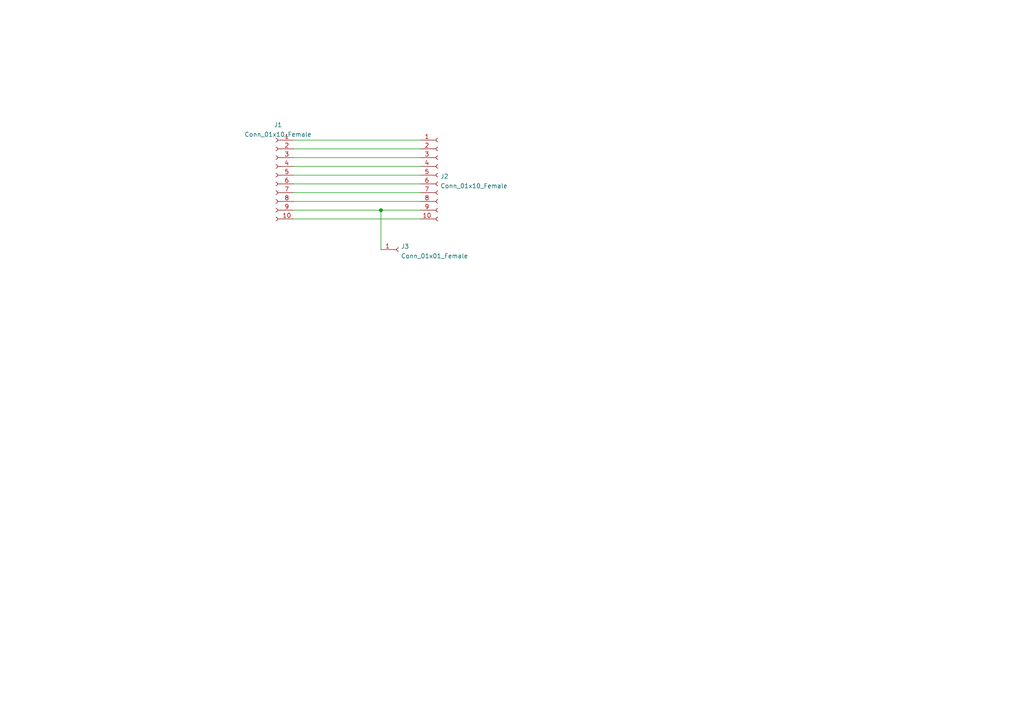
<source format=kicad_sch>
(kicad_sch (version 20211123) (generator eeschema)

  (uuid 93f9a4ec-6178-4177-96ea-b1e29968ed97)

  (paper "A4")

  (lib_symbols
    (symbol "Connector:Conn_01x01_Female" (pin_names (offset 1.016) hide) (in_bom yes) (on_board yes)
      (property "Reference" "J" (id 0) (at 0 2.54 0)
        (effects (font (size 1.27 1.27)))
      )
      (property "Value" "Conn_01x01_Female" (id 1) (at 0 -2.54 0)
        (effects (font (size 1.27 1.27)))
      )
      (property "Footprint" "" (id 2) (at 0 0 0)
        (effects (font (size 1.27 1.27)) hide)
      )
      (property "Datasheet" "~" (id 3) (at 0 0 0)
        (effects (font (size 1.27 1.27)) hide)
      )
      (property "ki_keywords" "connector" (id 4) (at 0 0 0)
        (effects (font (size 1.27 1.27)) hide)
      )
      (property "ki_description" "Generic connector, single row, 01x01, script generated (kicad-library-utils/schlib/autogen/connector/)" (id 5) (at 0 0 0)
        (effects (font (size 1.27 1.27)) hide)
      )
      (property "ki_fp_filters" "Connector*:*" (id 6) (at 0 0 0)
        (effects (font (size 1.27 1.27)) hide)
      )
      (symbol "Conn_01x01_Female_1_1"
        (polyline
          (pts
            (xy -1.27 0)
            (xy -0.508 0)
          )
          (stroke (width 0.1524) (type default) (color 0 0 0 0))
          (fill (type none))
        )
        (arc (start 0 0.508) (mid -0.508 0) (end 0 -0.508)
          (stroke (width 0.1524) (type default) (color 0 0 0 0))
          (fill (type none))
        )
        (pin passive line (at -5.08 0 0) (length 3.81)
          (name "Pin_1" (effects (font (size 1.27 1.27))))
          (number "1" (effects (font (size 1.27 1.27))))
        )
      )
    )
    (symbol "Connector:Conn_01x10_Female" (pin_names (offset 1.016) hide) (in_bom yes) (on_board yes)
      (property "Reference" "J" (id 0) (at 0 12.7 0)
        (effects (font (size 1.27 1.27)))
      )
      (property "Value" "Conn_01x10_Female" (id 1) (at 0 -15.24 0)
        (effects (font (size 1.27 1.27)))
      )
      (property "Footprint" "" (id 2) (at 0 0 0)
        (effects (font (size 1.27 1.27)) hide)
      )
      (property "Datasheet" "~" (id 3) (at 0 0 0)
        (effects (font (size 1.27 1.27)) hide)
      )
      (property "ki_keywords" "connector" (id 4) (at 0 0 0)
        (effects (font (size 1.27 1.27)) hide)
      )
      (property "ki_description" "Generic connector, single row, 01x10, script generated (kicad-library-utils/schlib/autogen/connector/)" (id 5) (at 0 0 0)
        (effects (font (size 1.27 1.27)) hide)
      )
      (property "ki_fp_filters" "Connector*:*_1x??_*" (id 6) (at 0 0 0)
        (effects (font (size 1.27 1.27)) hide)
      )
      (symbol "Conn_01x10_Female_1_1"
        (arc (start 0 -12.192) (mid -0.508 -12.7) (end 0 -13.208)
          (stroke (width 0.1524) (type default) (color 0 0 0 0))
          (fill (type none))
        )
        (arc (start 0 -9.652) (mid -0.508 -10.16) (end 0 -10.668)
          (stroke (width 0.1524) (type default) (color 0 0 0 0))
          (fill (type none))
        )
        (arc (start 0 -7.112) (mid -0.508 -7.62) (end 0 -8.128)
          (stroke (width 0.1524) (type default) (color 0 0 0 0))
          (fill (type none))
        )
        (arc (start 0 -4.572) (mid -0.508 -5.08) (end 0 -5.588)
          (stroke (width 0.1524) (type default) (color 0 0 0 0))
          (fill (type none))
        )
        (arc (start 0 -2.032) (mid -0.508 -2.54) (end 0 -3.048)
          (stroke (width 0.1524) (type default) (color 0 0 0 0))
          (fill (type none))
        )
        (polyline
          (pts
            (xy -1.27 -12.7)
            (xy -0.508 -12.7)
          )
          (stroke (width 0.1524) (type default) (color 0 0 0 0))
          (fill (type none))
        )
        (polyline
          (pts
            (xy -1.27 -10.16)
            (xy -0.508 -10.16)
          )
          (stroke (width 0.1524) (type default) (color 0 0 0 0))
          (fill (type none))
        )
        (polyline
          (pts
            (xy -1.27 -7.62)
            (xy -0.508 -7.62)
          )
          (stroke (width 0.1524) (type default) (color 0 0 0 0))
          (fill (type none))
        )
        (polyline
          (pts
            (xy -1.27 -5.08)
            (xy -0.508 -5.08)
          )
          (stroke (width 0.1524) (type default) (color 0 0 0 0))
          (fill (type none))
        )
        (polyline
          (pts
            (xy -1.27 -2.54)
            (xy -0.508 -2.54)
          )
          (stroke (width 0.1524) (type default) (color 0 0 0 0))
          (fill (type none))
        )
        (polyline
          (pts
            (xy -1.27 0)
            (xy -0.508 0)
          )
          (stroke (width 0.1524) (type default) (color 0 0 0 0))
          (fill (type none))
        )
        (polyline
          (pts
            (xy -1.27 2.54)
            (xy -0.508 2.54)
          )
          (stroke (width 0.1524) (type default) (color 0 0 0 0))
          (fill (type none))
        )
        (polyline
          (pts
            (xy -1.27 5.08)
            (xy -0.508 5.08)
          )
          (stroke (width 0.1524) (type default) (color 0 0 0 0))
          (fill (type none))
        )
        (polyline
          (pts
            (xy -1.27 7.62)
            (xy -0.508 7.62)
          )
          (stroke (width 0.1524) (type default) (color 0 0 0 0))
          (fill (type none))
        )
        (polyline
          (pts
            (xy -1.27 10.16)
            (xy -0.508 10.16)
          )
          (stroke (width 0.1524) (type default) (color 0 0 0 0))
          (fill (type none))
        )
        (arc (start 0 0.508) (mid -0.508 0) (end 0 -0.508)
          (stroke (width 0.1524) (type default) (color 0 0 0 0))
          (fill (type none))
        )
        (arc (start 0 3.048) (mid -0.508 2.54) (end 0 2.032)
          (stroke (width 0.1524) (type default) (color 0 0 0 0))
          (fill (type none))
        )
        (arc (start 0 5.588) (mid -0.508 5.08) (end 0 4.572)
          (stroke (width 0.1524) (type default) (color 0 0 0 0))
          (fill (type none))
        )
        (arc (start 0 8.128) (mid -0.508 7.62) (end 0 7.112)
          (stroke (width 0.1524) (type default) (color 0 0 0 0))
          (fill (type none))
        )
        (arc (start 0 10.668) (mid -0.508 10.16) (end 0 9.652)
          (stroke (width 0.1524) (type default) (color 0 0 0 0))
          (fill (type none))
        )
        (pin passive line (at -5.08 10.16 0) (length 3.81)
          (name "Pin_1" (effects (font (size 1.27 1.27))))
          (number "1" (effects (font (size 1.27 1.27))))
        )
        (pin passive line (at -5.08 -12.7 0) (length 3.81)
          (name "Pin_10" (effects (font (size 1.27 1.27))))
          (number "10" (effects (font (size 1.27 1.27))))
        )
        (pin passive line (at -5.08 7.62 0) (length 3.81)
          (name "Pin_2" (effects (font (size 1.27 1.27))))
          (number "2" (effects (font (size 1.27 1.27))))
        )
        (pin passive line (at -5.08 5.08 0) (length 3.81)
          (name "Pin_3" (effects (font (size 1.27 1.27))))
          (number "3" (effects (font (size 1.27 1.27))))
        )
        (pin passive line (at -5.08 2.54 0) (length 3.81)
          (name "Pin_4" (effects (font (size 1.27 1.27))))
          (number "4" (effects (font (size 1.27 1.27))))
        )
        (pin passive line (at -5.08 0 0) (length 3.81)
          (name "Pin_5" (effects (font (size 1.27 1.27))))
          (number "5" (effects (font (size 1.27 1.27))))
        )
        (pin passive line (at -5.08 -2.54 0) (length 3.81)
          (name "Pin_6" (effects (font (size 1.27 1.27))))
          (number "6" (effects (font (size 1.27 1.27))))
        )
        (pin passive line (at -5.08 -5.08 0) (length 3.81)
          (name "Pin_7" (effects (font (size 1.27 1.27))))
          (number "7" (effects (font (size 1.27 1.27))))
        )
        (pin passive line (at -5.08 -7.62 0) (length 3.81)
          (name "Pin_8" (effects (font (size 1.27 1.27))))
          (number "8" (effects (font (size 1.27 1.27))))
        )
        (pin passive line (at -5.08 -10.16 0) (length 3.81)
          (name "Pin_9" (effects (font (size 1.27 1.27))))
          (number "9" (effects (font (size 1.27 1.27))))
        )
      )
    )
  )

  (junction (at 110.49 60.96) (diameter 0) (color 0 0 0 0)
    (uuid 59728763-18f8-4d65-9ae0-92b7e51ec644)
  )

  (wire (pts (xy 110.49 60.96) (xy 110.49 72.39))
    (stroke (width 0) (type default) (color 0 0 0 0))
    (uuid 282f11dd-4c54-404c-b680-618c7428845a)
  )
  (wire (pts (xy 85.09 63.5) (xy 121.92 63.5))
    (stroke (width 0) (type default) (color 0 0 0 0))
    (uuid 31ad0f3d-3343-4618-8336-b89a78b83b1e)
  )
  (wire (pts (xy 85.09 55.88) (xy 121.92 55.88))
    (stroke (width 0) (type default) (color 0 0 0 0))
    (uuid 32f0f747-04d3-4453-92f3-1803f7b3c8a1)
  )
  (wire (pts (xy 85.09 60.96) (xy 110.49 60.96))
    (stroke (width 0) (type default) (color 0 0 0 0))
    (uuid 392f7038-6e6c-4213-89de-22a308ba35ac)
  )
  (wire (pts (xy 110.49 60.96) (xy 121.92 60.96))
    (stroke (width 0) (type default) (color 0 0 0 0))
    (uuid 393183d0-a395-49ae-a48f-45e65a0bd356)
  )
  (wire (pts (xy 85.09 58.42) (xy 121.92 58.42))
    (stroke (width 0) (type default) (color 0 0 0 0))
    (uuid 5249af4a-6ea1-4113-92b3-00d666ff9ad6)
  )
  (wire (pts (xy 85.09 48.26) (xy 121.92 48.26))
    (stroke (width 0) (type default) (color 0 0 0 0))
    (uuid 532e5cd3-ca36-4428-b2c0-17ab1f8bb4c8)
  )
  (wire (pts (xy 85.09 50.8) (xy 121.92 50.8))
    (stroke (width 0) (type default) (color 0 0 0 0))
    (uuid 546ae5bd-39af-4de0-ac82-dc11b2b5c031)
  )
  (wire (pts (xy 85.09 45.72) (xy 121.92 45.72))
    (stroke (width 0) (type default) (color 0 0 0 0))
    (uuid abcbf425-b631-4338-b64d-e9bcf3899426)
  )
  (wire (pts (xy 85.09 53.34) (xy 121.92 53.34))
    (stroke (width 0) (type default) (color 0 0 0 0))
    (uuid c5a01f98-82aa-4185-bc9d-ae400d2c132b)
  )
  (wire (pts (xy 85.09 43.18) (xy 121.92 43.18))
    (stroke (width 0) (type default) (color 0 0 0 0))
    (uuid e5eace79-64f7-4052-a119-b09d1c394b1a)
  )
  (wire (pts (xy 85.09 40.64) (xy 121.92 40.64))
    (stroke (width 0) (type default) (color 0 0 0 0))
    (uuid e70fc0c5-9a8e-4f50-b958-589875f2a7bb)
  )

  (symbol (lib_id "Connector:Conn_01x10_Female") (at 80.01 50.8 0) (mirror y) (unit 1)
    (in_bom yes) (on_board yes) (fields_autoplaced)
    (uuid 0b721e08-bfbc-4046-9d5f-57d3fb91f928)
    (property "Reference" "J1" (id 0) (at 80.645 36.2163 0))
    (property "Value" "Conn_01x10_Female" (id 1) (at 80.645 38.9914 0))
    (property "Footprint" "CheshBits:SIP-10L" (id 2) (at 80.01 50.8 0)
      (effects (font (size 1.27 1.27)) hide)
    )
    (property "Datasheet" "~" (id 3) (at 80.01 50.8 0)
      (effects (font (size 1.27 1.27)) hide)
    )
    (pin "1" (uuid 66481b86-8613-4ba7-9fd7-a8228d0ccb0e))
    (pin "10" (uuid 8920044e-4105-4746-bf5e-8d53d0029082))
    (pin "2" (uuid f8554684-0257-40c0-85d3-ed80ed8a3cbb))
    (pin "3" (uuid 0600692f-9561-451b-8ba7-51a9d1c54294))
    (pin "4" (uuid 83729ae3-4826-4f1d-b586-4c8b49368d6b))
    (pin "5" (uuid 685834d7-a97c-40c7-a170-942935440d4e))
    (pin "6" (uuid 0cfb7284-5829-4d7b-b9eb-bcbb356ca0a1))
    (pin "7" (uuid 8e327319-b569-4a77-a684-6214a7434f5d))
    (pin "8" (uuid 76fc641c-0bc2-4aac-8f2a-21ede859e11b))
    (pin "9" (uuid b8549c8c-f25f-4b66-97c8-f355de00fa01))
  )

  (symbol (lib_id "Connector:Conn_01x10_Female") (at 127 50.8 0) (unit 1)
    (in_bom yes) (on_board yes) (fields_autoplaced)
    (uuid 250ffb56-9084-4faf-8bf7-9719da707100)
    (property "Reference" "J2" (id 0) (at 127.7112 51.1615 0)
      (effects (font (size 1.27 1.27)) (justify left))
    )
    (property "Value" "Conn_01x10_Female" (id 1) (at 127.7112 53.9366 0)
      (effects (font (size 1.27 1.27)) (justify left))
    )
    (property "Footprint" "CheshBits:SIP-10R" (id 2) (at 127 50.8 0)
      (effects (font (size 1.27 1.27)) hide)
    )
    (property "Datasheet" "~" (id 3) (at 127 50.8 0)
      (effects (font (size 1.27 1.27)) hide)
    )
    (pin "1" (uuid b52a2799-034a-466d-a340-e03196d5a8d6))
    (pin "10" (uuid 891612ea-2819-45ca-868a-3db05838e518))
    (pin "2" (uuid 0f315ea8-90a1-43d4-b40d-5945ad0fe467))
    (pin "3" (uuid ff562035-814d-4818-8f48-9bab559d4361))
    (pin "4" (uuid e092be8b-8e22-4725-b84c-93faf794add5))
    (pin "5" (uuid 1b2c2b2e-14f4-43da-a8b4-2db1caf518f3))
    (pin "6" (uuid 734171f6-c950-4f6c-a2b6-e547c1bb355a))
    (pin "7" (uuid 41e830fa-15cd-4c31-b9eb-34095d7028c9))
    (pin "8" (uuid 5cf6d8d4-c039-4e63-85f3-6997ca78334f))
    (pin "9" (uuid 2bfaa22e-bd1b-4321-bbbf-397c91cb9227))
  )

  (symbol (lib_id "Connector:Conn_01x01_Female") (at 115.57 72.39 0) (unit 1)
    (in_bom yes) (on_board yes) (fields_autoplaced)
    (uuid 40d236e5-9bcf-443e-907f-a08851b83ac0)
    (property "Reference" "J3" (id 0) (at 116.2812 71.4815 0)
      (effects (font (size 1.27 1.27)) (justify left))
    )
    (property "Value" "Conn_01x01_Female" (id 1) (at 116.2812 74.2566 0)
      (effects (font (size 1.27 1.27)) (justify left))
    )
    (property "Footprint" "CheshBits:SIP-1" (id 2) (at 115.57 72.39 0)
      (effects (font (size 1.27 1.27)) hide)
    )
    (property "Datasheet" "~" (id 3) (at 115.57 72.39 0)
      (effects (font (size 1.27 1.27)) hide)
    )
    (pin "1" (uuid 50eed65d-6aaf-4aaf-8157-23f07c48c7b1))
  )

  (sheet_instances
    (path "/" (page "1"))
  )

  (symbol_instances
    (path "/0b721e08-bfbc-4046-9d5f-57d3fb91f928"
      (reference "J1") (unit 1) (value "Conn_01x10_Female") (footprint "CheshBits:SIP-10L")
    )
    (path "/250ffb56-9084-4faf-8bf7-9719da707100"
      (reference "J2") (unit 1) (value "Conn_01x10_Female") (footprint "CheshBits:SIP-10R")
    )
    (path "/40d236e5-9bcf-443e-907f-a08851b83ac0"
      (reference "J3") (unit 1) (value "Conn_01x01_Female") (footprint "CheshBits:SIP-1")
    )
  )
)

</source>
